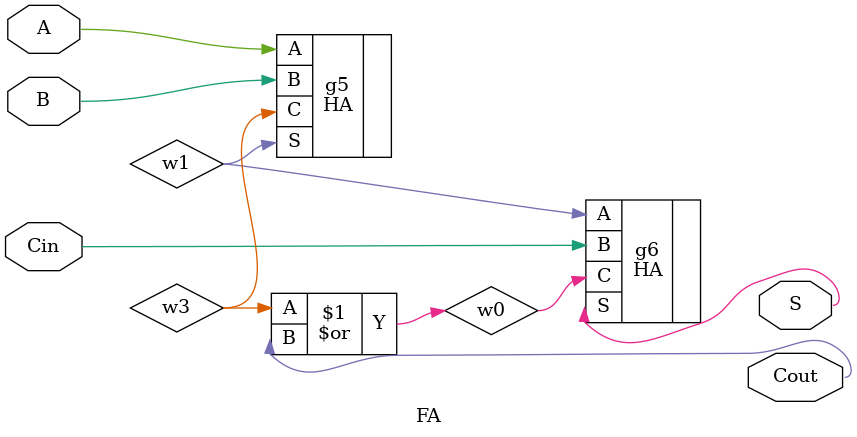
<source format=v>

module main;    //: root_module
wire w6;    //: /sn:0 {0}(567,155)(530,155){1}
wire w7;    //: /sn:0 {0}(511,97)(511,137){1}
wire w8;    //: /sn:0 {0}(486,69)(486,137){1}
wire w5;    //: /sn:0 {0}(440,161)(469,161){1}
wire w9;    //: /sn:0 {0}(495,201)(495,179){1}
//: enddecls

  led g4 (.I(w5));   //: @(433,161) /sn:0 /R:1 /w:[ 0 ] /type:0
  //: switch g3 (w6) @(585,155) /sn:0 /R:2 /w:[ 0 ] /st:1
  //: switch g2 (w7) @(511,84) /sn:0 /R:3 /w:[ 0 ] /st:1
  //: switch g1 (w8) @(486,56) /sn:0 /R:3 /w:[ 0 ] /st:1
  FA g7 (.B(w7), .A(w8), .Cin(w6), .Cout(w5), .S(w9));   //: @(470, 138) /sz:(59, 40) /sn:0 /p:[ Ti0>1 Ti1>1 Ri0>1 Lo0<1 Bo0<1 ]
  led g5 (.I(w9));   //: @(495,208) /sn:0 /R:2 /w:[ 0 ] /type:0

endmodule

module FA(Cout, S, Cin, B, A);
//: interface  /sz:(59, 40) /bd:[ Ti0>A(16/59) Ti1>B(41/59) Ri0>Cin(17/40) Lo0<Cout(23/40) Bo0<S(25/59) ]
input B;    //: /sn:0 {0}(249,96)(296,96)(296,126){1}
input A;    //: /sn:0 {0}(193,113)(276,113)(276,126){1}
input Cin;    //: /sn:0 {0}(345,185)(345,76)(288,76){1}
output Cout;    //: /sn:0 {0}(323,329)(224,329)(224,286){1}
output S;    //: /sn:0 /dp:1 {0}(334,227)(334,264)(350,264){1}
wire w3;    //: /sn:0 /dp:1 {0}(222,265)(222,157)(267,157){1}
wire w0;    //: /sn:0 /dp:1 {0}(227,265)(227,255)(251,255)(251,216)(316,216){1}
wire w1;    //: /sn:0 {0}(325,185)(325,180)(285,180)(285,168){1}
//: enddecls

  //: output g4 (Cout) @(320,329) /sn:0 /w:[ 0 ]
  //: output g3 (S) @(347,264) /sn:0 /w:[ 1 ]
  //: input g2 (Cin) @(286,76) /sn:0 /w:[ 1 ]
  //: input g1 (B) @(247,96) /sn:0 /w:[ 0 ]
  HA g6 (.A(w1), .B(Cin), .C(w0), .S(S));   //: @(317, 186) /sz:(40, 40) /sn:0 /p:[ Ti0>0 Ti1>0 Lo0<1 Bo0<0 ]
  or g7 (.I0(w0), .I1(w3), .Z(Cout));   //: @(224,276) /sn:0 /R:3 /delay:" 4" /w:[ 0 0 1 ]
  HA g5 (.A(A), .B(B), .C(w3), .S(w1));   //: @(268, 127) /sz:(40, 40) /sn:0 /p:[ Ti0>1 Ti1>1 Lo0<1 Bo0<1 ]
  //: input g0 (A) @(191,113) /sn:0 /w:[ 0 ]

endmodule

</source>
